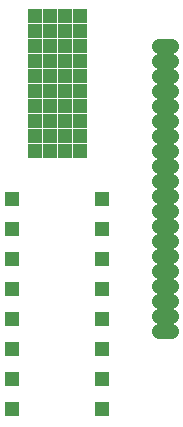
<source format=gbs>
G75*
%MOIN*%
%OFA0B0*%
%FSLAX25Y25*%
%IPPOS*%
%LPD*%
%AMOC8*
5,1,8,0,0,1.08239X$1,22.5*
%
%ADD10R,0.05162X0.05162*%
%ADD11R,0.04572X0.04572*%
%ADD12C,0.04965*%
D10*
X0015776Y0010776D03*
X0015776Y0020776D03*
X0015776Y0030776D03*
X0015776Y0040776D03*
X0015776Y0050776D03*
X0015776Y0060776D03*
X0015776Y0070776D03*
X0015776Y0080776D03*
X0045776Y0080776D03*
X0045776Y0070776D03*
X0045776Y0060776D03*
X0045776Y0050776D03*
X0045776Y0040776D03*
X0045776Y0030776D03*
X0045776Y0020776D03*
X0045776Y0010776D03*
D11*
X0038276Y0096643D03*
X0038276Y0101643D03*
X0038276Y0106643D03*
X0038276Y0111643D03*
X0038276Y0116643D03*
X0038276Y0121643D03*
X0038276Y0126643D03*
X0038276Y0131643D03*
X0038276Y0136643D03*
X0038276Y0141643D03*
X0033276Y0141643D03*
X0033276Y0136643D03*
X0033276Y0131643D03*
X0033276Y0126643D03*
X0033276Y0121643D03*
X0033276Y0116643D03*
X0033276Y0111643D03*
X0033276Y0106643D03*
X0033276Y0101643D03*
X0033276Y0096643D03*
X0028276Y0096643D03*
X0028276Y0101643D03*
X0028276Y0106643D03*
X0028276Y0111643D03*
X0028276Y0116643D03*
X0028276Y0121643D03*
X0028276Y0126643D03*
X0028276Y0131643D03*
X0028276Y0136643D03*
X0028276Y0141643D03*
X0023276Y0141643D03*
X0023276Y0136643D03*
X0023276Y0131643D03*
X0023276Y0126643D03*
X0023276Y0121643D03*
X0023276Y0116643D03*
X0023276Y0111643D03*
X0023276Y0106643D03*
X0023276Y0101643D03*
X0023276Y0096643D03*
D12*
X0064639Y0096682D02*
X0068804Y0096682D01*
X0068804Y0101682D02*
X0064639Y0101682D01*
X0064639Y0106682D02*
X0068804Y0106682D01*
X0068804Y0111682D02*
X0064639Y0111682D01*
X0064639Y0116682D02*
X0068804Y0116682D01*
X0068804Y0121682D02*
X0064639Y0121682D01*
X0064639Y0126682D02*
X0068804Y0126682D01*
X0068804Y0131682D02*
X0064639Y0131682D01*
X0064639Y0091682D02*
X0068804Y0091682D01*
X0068804Y0086682D02*
X0064639Y0086682D01*
X0064639Y0081682D02*
X0068804Y0081682D01*
X0068804Y0076682D02*
X0064639Y0076682D01*
X0064639Y0071682D02*
X0068804Y0071682D01*
X0068804Y0066682D02*
X0064639Y0066682D01*
X0064639Y0061682D02*
X0068804Y0061682D01*
X0068804Y0056682D02*
X0064639Y0056682D01*
X0064639Y0051682D02*
X0068804Y0051682D01*
X0068804Y0046682D02*
X0064639Y0046682D01*
X0064639Y0041682D02*
X0068804Y0041682D01*
X0068804Y0036682D02*
X0064639Y0036682D01*
M02*

</source>
